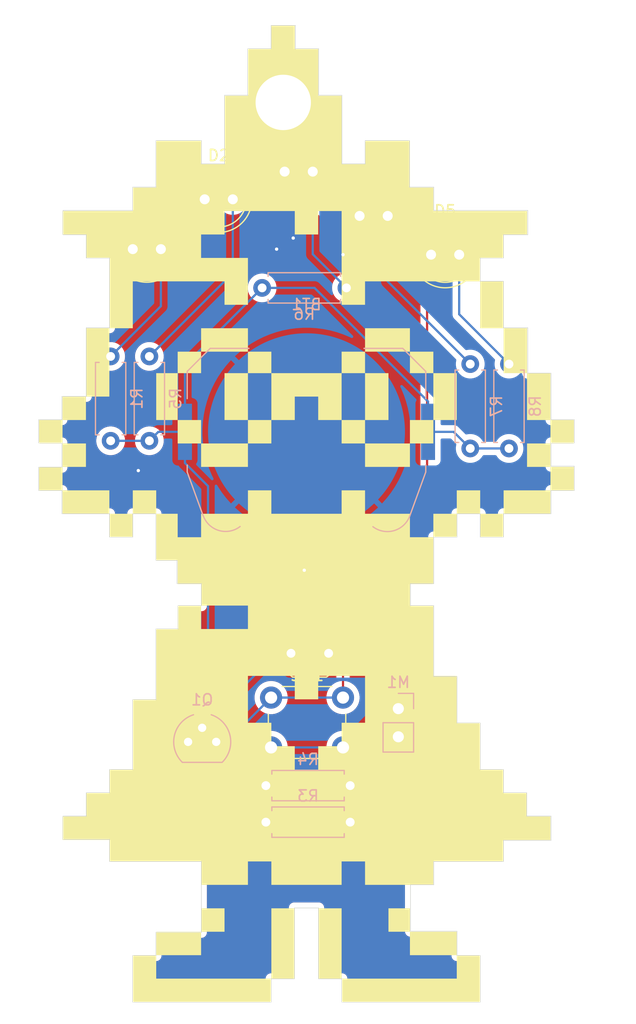
<source format=kicad_pcb>
(kicad_pcb (version 20241229) (generator "pcbnew") (generator_version "9.0")
  (layers (0 "F.Cu" signal) (2 "B.Cu" signal) (13 "F.Paste" user) (15 "B.Paste" user) (5 "F.SilkS" user "F.Silkscreen") (7 "B.SilkS" user "B.Silkscreen") (1 "F.Mask" user) (3 "B.Mask" user) (25 "Edge.Cuts" user))
  (net 0 "")
  (net 1 "+3V3")
  (net 2 "GND")
  (net 3 "Net-(D1-A)")
  (net 4 "Net-(D1-K)")
  (net 5 "Net-(D2-A)")
  (net 6 "Net-(D3-A)")
  (net 7 "Net-(D4-A)")
  (net 8 "Net-(D5-A)")
  (net 9 "Net-(M1-+)")
  (net 10 "Net-(Q1-B)")
  (footprint "LED_THT:LED_D5.0mm" (layer "F.Cu") (at 150.725 65.5)
    (property "Reference" "D3" (at 1.27 -3.96 0) (layer "F.SilkS"))
    (property "Value" "LED")
    (fp_line (start -1.29 -1.545) (end -1.29 1.545) (stroke (width 0.12)) (layer "F.SilkS"))
    (fp_arc (start -1.29 -1.54483) (mid 2.071779 -2.880495) (end 4.26 0) (stroke (width 0.12)) (layer "F.SilkS"))
    (fp_arc (start 4.26 0) (mid 2.071779 2.880495) (end -1.29 1.54483) (stroke (width 0.12)) (layer "F.SilkS"))
    (fp_circle (center 1.27 0) (end 3.77 0) (stroke (width 0.12)) (fill no) (layer "F.SilkS"))
    (pad "1" thru_hole rect (at 0 0) (size 1.8 1.8) (drill 0.9) (layers "*.Cu" "*.Mask") (net 4 "Net-(D1-K)"))
    (pad "2" thru_hole circle (at 2.54 0) (size 1.8 1.8) (drill 0.9) (layers "*.Cu" "*.Mask") (net 6 "Net-(D3-A)"))
  )
  (footprint "Button_Switch_THT:SW_PUSH_6mm" (layer "F.Cu") (at 149.5 113)
    (property "Reference" "SW1" (at 3.25 -2 0) (layer "F.SilkS"))
    (property "Value" "SW_Push")
    (fp_line (start -0.25 1.5) (end -0.25 3) (stroke (width 0.12)) (layer "F.SilkS"))
    (fp_line (start 1 5.5) (end 5.5 5.5) (stroke (width 0.12)) (layer "F.SilkS"))
    (fp_line (start 5.5 -1) (end 1 -1) (stroke (width 0.12)) (layer "F.SilkS"))
    (fp_line (start 6.75 3) (end 6.75 1.5) (stroke (width 0.12)) (layer "F.SilkS"))
    (pad "1" thru_hole circle (at 0 0 90) (size 2 2) (drill 1.1) (layers "*.Cu" "*.Mask") (net 4 "Net-(D1-K)"))
    (pad "1" thru_hole circle (at 6.5 0 90) (size 2 2) (drill 1.1) (layers "*.Cu" "*.Mask") (net 4 "Net-(D1-K)"))
    (pad "2" thru_hole circle (at 0 4.5 90) (size 2 2) (drill 1.1) (layers "*.Cu" "*.Mask") (net 9 "Net-(M1-+)"))
    (pad "2" thru_hole circle (at 6.5 4.5 90) (size 2 2) (drill 1.1) (layers "*.Cu" "*.Mask") (net 9 "Net-(M1-+)"))
  )
  (footprint "LOGO" (layer "F.Cu") (at 152.700001 95.341668)
    (property "Reference" "G***" (hide yes))
    (property "Value" "LOGO" (hide yes))
    (fp_poly (pts (xy -5.291668 -9.525001) (xy -5.291668 -7.408334) (xy -6.350001 -7.408334) (xy -7.408334 -7.408334) (xy -7.408334 -9.525001) (xy -7.408334 -11.641668) (xy -6.350001 -11.641668) (xy -5.291668 -11.641668)) (fill yes) (layer "F.SilkS"))
    (fp_poly (pts (xy 7.408332 -9.525001) (xy 7.408332 -7.408334) (xy 6.349999 -7.408334) (xy 5.291666 -7.408334) (xy 5.291666 -9.525001) (xy 5.291666 -11.641668) (xy 6.349999 -11.641668) (xy 7.408332 -11.641668)) (fill yes) (layer "F.SilkS"))
    (fp_poly (pts (xy 9.34861 37.747221) (xy 9.34861 38.805555) (xy 8.378471 38.805555) (xy 7.408332 38.805555) (xy 7.408332 37.747221) (xy 7.408332 36.688888) (xy 8.378471 36.688888) (xy 9.34861 36.688888)) (fill yes) (layer "F.SilkS"))
    (fp_poly (pts (xy 11.465277 -12.611807) (xy 11.465277 -11.641668) (xy 10.406943 -11.641668) (xy 9.34861 -11.641668) (xy 9.34861 -12.611807) (xy 9.34861 -13.581945) (xy 10.406943 -13.581945) (xy 11.465277 -13.581945)) (fill yes) (layer "F.SilkS"))
    (fp_poly (pts (xy 13.581943 39.863888) (xy 13.581943 40.922221) (xy 11.465277 40.922221) (xy 9.34861 40.922221) (xy 9.34861 39.863888) (xy 9.34861 38.805555) (xy 11.465277 38.805555) (xy 13.581943 38.805555)) (fill yes) (layer "F.SilkS"))
    (fp_poly (pts (xy 17.815277 -17.815279) (xy 17.815277 -15.698612) (xy 16.756943 -15.698612) (xy 15.69861 -15.698612) (xy 15.69861 -17.815279) (xy 15.69861 -19.931945) (xy 16.756943 -19.931945) (xy 17.815277 -19.931945)) (fill yes) (layer "F.SilkS"))
    (fp_poly (pts (xy 19.931943 -13.67014) (xy 19.931943 -11.641668) (xy 18.87361 -11.641668) (xy 17.815277 -11.641668) (xy 17.815277 -13.67014) (xy 17.815277 -15.698612) (xy 18.87361 -15.698612) (xy 19.931943 -15.698612)) (fill yes) (layer "F.SilkS"))
    (fp_poly (pts (xy 22.04861 -9.525001) (xy 22.04861 -7.408334) (xy 20.990277 -7.408334) (xy 19.931943 -7.408334) (xy 19.931943 -9.525001) (xy 19.931943 -11.641668) (xy 20.990277 -11.641668) (xy 22.04861 -11.641668)) (fill yes) (layer "F.SilkS"))
    (fp_poly (pts (xy -19.931945 -4.233334) (xy -19.931945 -3.175001) (xy -20.990279 -3.175001) (xy -22.048612 -3.175001) (xy -22.048612 -2.116668) (xy -22.048612 -1.058334) (xy -23.106945 -1.058334) (xy -24.165279 -1.058334) (xy -24.165279 -2.116668) (xy -24.165279 -3.175001) (xy -23.106945 -3.175001) (xy -22.048612 -3.175001) (xy -22.048612 -4.233334) (xy -22.048612 -5.291668) (xy -20.990279 -5.291668) (xy -19.931945 -5.291668)) (fill yes) (layer "F.SilkS"))
    (fp_poly (pts (xy 24.165277 -6.350001) (xy 24.165277 -5.291668) (xy 23.106944 -5.291668) (xy 22.04861 -5.291668) (xy 22.04861 -4.233334) (xy 22.04861 -3.175001) (xy 20.990277 -3.175001) (xy 19.931943 -3.175001) (xy 19.931943 -4.233334) (xy 19.931943 -5.291668) (xy 20.990277 -5.291668) (xy 22.04861 -5.291668) (xy 22.04861 -6.350001) (xy 22.04861 -7.408334) (xy 23.106944 -7.408334) (xy 24.165277 -7.408334)) (fill yes) (layer "F.SilkS"))
    (fp_poly (pts (xy 3.174999 39.863888) (xy 3.174999 43.038888) (xy 8.378471 43.038888) (xy 13.581943 43.038888) (xy 13.581943 41.980555) (xy 13.581943 40.922221) (xy 14.640277 40.922221) (xy 15.69861 40.922221) (xy 15.69861 43.038888) (xy 15.69861 45.155555) (xy 9.436805 45.155555) (xy 3.174999 45.155555) (xy 3.174999 44.097221) (xy 3.174999 43.038888) (xy 2.116666 43.038888) (xy 1.058332 43.038888) (xy 1.058332 39.863888) (xy 1.058332 36.688888) (xy 2.116666 36.688888) (xy 3.174999 36.688888)) (fill yes) (layer "F.SilkS"))
    (fp_poly (pts (xy -17.815279 -0.000001) (xy -17.815279 1.058332) (xy -16.756945 1.058332) (xy -15.698612 1.058332) (xy -15.698612 -0.000001) (xy -15.698612 -1.058334) (xy -14.640279 -1.058334) (xy -13.581945 -1.058334) (xy -13.581945 -0.000001) (xy -13.581945 1.058332) (xy -14.640279 1.058332) (xy -15.698612 1.058332) (xy -15.698612 2.116666) (xy -15.698612 3.174999) (xy -16.756945 3.174999) (xy -17.815279 3.174999) (xy -17.815279 2.116666) (xy -17.815279 1.058332) (xy -19.931945 1.058332) (xy -22.048612 1.058332) (xy -22.048612 -0.000001) (xy -22.048612 -1.058334) (xy -19.931945 -1.058334) (xy -17.815279 -1.058334)) (fill yes) (layer "F.SilkS"))
    (fp_poly (pts (xy -5.291668 -14.640279) (xy -5.291668 -13.581945) (xy -7.408334 -13.581945) (xy -9.525001 -13.581945) (xy -9.525001 -12.611807) (xy -9.525001 -11.641668) (xy -10.583334 -11.641668) (xy -11.641668 -11.641668) (xy -11.641668 -9.525001) (xy -11.641668 -7.408334) (xy -12.611807 -7.408334) (xy -13.581945 -7.408334) (xy -13.581945 -9.525001) (xy -13.581945 -11.641668) (xy -12.611807 -11.641668) (xy -11.641668 -11.641668) (xy -11.641668 -12.611807) (xy -11.641668 -13.581945) (xy -10.583334 -13.581945) (xy -9.525001 -13.581945) (xy -9.525001 -14.640279) (xy -9.525001 -15.698612) (xy -7.408334 -15.698612) (xy -5.291668 -15.698612)) (fill yes) (layer "F.SilkS"))
    (fp_poly (pts (xy 13.581943 -9.525001) (xy 13.581943 -7.408334) (xy 12.52361 -7.408334) (xy 11.465277 -7.408334) (xy 11.465277 -6.350001) (xy 11.465277 -5.291668) (xy 10.406943 -5.291668) (xy 9.34861 -5.291668) (xy 9.34861 -4.233334) (xy 9.34861 -3.175001) (xy 7.320138 -3.175001) (xy 5.291666 -3.175001) (xy 5.291666 -4.233334) (xy 5.291666 -5.291668) (xy 4.233332 -5.291668) (xy 3.174999 -5.291668) (xy 3.174999 -6.350001) (xy 3.174999 -7.408334) (xy 4.233332 -7.408334) (xy 5.291666 -7.408334) (xy 5.291666 -6.350001) (xy 5.291666 -5.291668) (xy 7.320138 -5.291668) (xy 9.34861 -5.291668) (xy 9.34861 -6.350001) (xy 9.34861 -7.408334) (xy 10.406943 -7.408334) (xy 11.465277 -7.408334) (xy 11.465277 -9.525001) (xy 11.465277 -11.641668) (xy 12.52361 -11.641668) (xy 13.581943 -11.641668)) (fill yes) (layer "F.SilkS"))
    (fp_poly (pts (xy -7.408334 37.747221) (xy -7.408334 38.805555) (xy -8.466668 38.805555) (xy -9.525001 38.805555) (xy -9.525001 39.863888) (xy -9.525001 40.922221) (xy -11.553473 40.922221) (xy -13.581945 40.922221) (xy -13.581945 41.980555) (xy -13.581945 43.038888) (xy -8.378473 43.038888) (xy -3.175001 43.038888) (xy -3.175001 39.863888) (xy -3.175001 36.688888) (xy -2.116668 36.688888) (xy -1.058334 36.688888) (xy -1.058334 39.863888) (xy -1.058334 43.038888) (xy -2.116668 43.038888) (xy -3.175001 43.038888) (xy -3.175001 44.097221) (xy -3.175001 45.155555) (xy -9.436806 45.155555) (xy -15.698612 45.155555) (xy -15.698612 43.038888) (xy -15.698612 40.922221) (xy -14.640279 40.922221) (xy -13.581945 40.922221) (xy -13.581945 39.863888) (xy -13.581945 38.805555) (xy -11.553473 38.805555) (xy -9.525001 38.805555) (xy -9.525001 37.747221) (xy -9.525001 36.688888) (xy -8.466668 36.688888) (xy -7.408334 36.688888)) (fill yes) (layer "F.SilkS"))
    (fp_poly (pts (xy 9.34861 -14.640279) (xy 9.34861 -13.581945) (xy 7.320138 -13.581945) (xy 5.291666 -13.581945) (xy 5.291666 -12.611807) (xy 5.291666 -11.641668) (xy 4.233332 -11.641668) (xy 3.174999 -11.641668) (xy 3.174999 -9.525001) (xy 3.174999 -7.408334) (xy 2.116666 -7.408334) (xy 1.058332 -7.408334) (xy 1.058332 -8.466668) (xy 1.058332 -9.525001) (xy -0.000001 -9.525001) (xy -1.058334 -9.525001) (xy -1.058334 -8.466668) (xy -1.058334 -7.408334) (xy -2.116668 -7.408334) (xy -3.175001 -7.408334) (xy -3.175001 -6.350001) (xy -3.175001 -5.291668) (xy -4.233334 -5.291668) (xy -5.291668 -5.291668) (xy -5.291668 -4.233334) (xy -5.291668 -3.175001) (xy -7.408334 -3.175001) (xy -9.525001 -3.175001) (xy -9.525001 -4.233334) (xy -9.525001 -5.291668) (xy -10.583334 -5.291668) (xy -11.641668 -5.291668) (xy -11.641668 -6.350001) (xy -11.641668 -7.408334) (xy -10.583334 -7.408334) (xy -9.525001 -7.408334) (xy -9.525001 -6.350001) (xy -9.525001 -5.291668) (xy -7.408334 -5.291668) (xy -5.291668 -5.291668) (xy -5.291668 -6.350001) (xy -5.291668 -7.408334) (xy -4.233334 -7.408334) (xy -3.175001 -7.408334) (xy -3.175001 -9.525001) (xy -3.175001 -11.641668) (xy -4.233334 -11.641668) (xy -5.291668 -11.641668) (xy -5.291668 -12.611807) (xy -5.291668 -13.581945) (xy -4.233334 -13.581945) (xy -3.175001 -13.581945) (xy -3.175001 -12.611807) (xy -3.175001 -11.641668) (xy -0.000001 -11.641668) (xy 3.174999 -11.641668) (xy 3.174999 -12.611807) (xy 3.174999 -13.581945) (xy 4.233332 -13.581945) (xy 5.291666 -13.581945) (xy 5.291666 -14.640279) (xy 5.291666 -15.698612) (xy 7.320138 -15.698612) (xy 9.34861 -15.698612)) (fill yes) (layer "F.SilkS"))
    (fp_poly (pts (xy -1.058334 -41.980556) (xy -1.058334 -40.922223) (xy -0.000001 -40.922223) (xy 1.058332 -40.922223) (xy 1.058332 -38.805556) (xy 1.058332 -36.68889) (xy 2.116666 -36.68889) (xy 3.174999 -36.68889) (xy 3.174999 -33.602084) (xy 3.174999 -30.515279) (xy 4.233332 -30.515279) (xy 5.291666 -30.515279) (xy 5.291666 -31.573612) (xy 5.291666 -32.631945) (xy 7.320138 -32.631945) (xy 9.34861 -32.631945) (xy 9.34861 -30.515279) (xy 9.34861 -28.398612) (xy 10.406943 -28.398612) (xy 11.465277 -28.398612) (xy 11.465277 -27.340279) (xy 11.465277 -26.281945) (xy 15.69861 -26.281945) (xy 19.931943 -26.281945) (xy 19.931943 -25.223612) (xy 19.931943 -24.165279) (xy 18.87361 -24.165279) (xy 17.815277 -24.165279) (xy 17.815277 -23.106945) (xy 17.815277 -22.048612) (xy 16.756943 -22.048612) (xy 15.69861 -22.048612) (xy 15.69861 -20.990279) (xy 15.69861 -19.931945) (xy 10.495138 -19.931945) (xy 5.291666 -19.931945) (xy 5.291666 -18.873612) (xy 5.291666 -17.815279) (xy 4.233332 -17.815279) (xy 3.174999 -17.815279) (xy 3.174999 -22.048612) (xy 3.174999 -26.281945) (xy 2.116666 -26.281945) (xy 1.058332 -26.281945) (xy 1.058332 -25.223612) (xy 1.058332 -24.165279) (xy -0.000001 -24.165279) (xy -1.058334 -24.165279) (xy -1.058334 -25.223612) (xy -1.058334 -26.281945) (xy -4.233334 -26.281945) (xy -7.408334 -26.281945) (xy -7.408334 -25.223612) (xy -7.408334 -24.165279) (xy -8.466668 -24.165279) (xy -9.525001 -24.165279) (xy -9.525001 -23.106945) (xy -9.525001 -22.048612) (xy -7.408334 -22.048612) (xy -5.291668 -22.048612) (xy -5.291668 -19.931945) (xy -5.291668 -17.815279) (xy -6.350001 -17.815279) (xy -7.408334 -17.815279) (xy -7.408334 -18.873612) (xy -7.408334 -19.931945) (xy -11.553473 -19.931945) (xy -15.698612 -19.931945) (xy -15.698612 -17.815279) (xy -15.698612 -15.698612) (xy -16.756945 -15.698612) (xy -17.815279 -15.698612) (xy -17.815279 -12.611807) (xy -17.815279 -9.525001) (xy -18.873612 -9.525001) (xy -19.931945 -9.525001) (xy -19.931945 -8.466668) (xy -19.931945 -7.408334) (xy -20.990279 -7.408334) (xy -22.048612 -7.408334) (xy -22.048612 -6.350001) (xy -22.048612 -5.291668) (xy -23.106945 -5.291668) (xy -24.165279 -5.291668) (xy -24.165279 -6.350001) (xy -24.165279 -7.408334) (xy -23.106945 -7.408334) (xy -22.048612 -7.408334) (xy -22.048612 -8.466668) (xy -22.048612 -9.525001) (xy -20.990279 -9.525001) (xy -19.931945 -9.525001) (xy -19.931945 -12.611807) (xy -19.931945 -15.698612) (xy -18.873612 -15.698612) (xy -17.815279 -15.698612) (xy -17.815279 -18.873612) (xy -17.815279 -22.048612) (xy -18.873612 -22.048612) (xy -19.931945 -22.048612) (xy -19.931945 -23.106945) (xy -19.931945 -24.165279) (xy -20.990279 -24.165279) (xy -22.048612 -24.165279) (xy -22.048612 -25.223612) (xy -22.048612 -26.281945) (xy -18.873612 -26.281945) (xy -15.698612 -26.281945) (xy -15.698612 -27.340279) (xy -15.698612 -28.398612) (xy -14.640279 -28.398612) (xy -13.581945 -28.398612) (xy -13.581945 -30.515279) (xy -13.581945 -32.631945) (xy -11.553473 -32.631945) (xy -9.525001 -32.631945) (xy -9.525001 -31.573612) (xy -9.525001 -30.515279) (xy -8.466668 -30.515279) (xy -7.408334 -30.515279) (xy -7.408334 -33.602084) (xy -7.408334 -36.68889) (xy -6.350001 -36.68889) (xy -5.291668 -36.68889) (xy -5.291668 -38.805556) (xy -5.291668 -40.922223) (xy -4.233334 -40.922223) (xy -3.175001 -40.922223) (xy -3.175001 -41.980556) (xy -3.175001 -43.03889) (xy -2.116668 -43.03889) (xy -1.058334 -43.03889)) (fill yes) (layer "F.SilkS"))
    (fp_poly (pts (xy 24.165277 -2.116668) (xy 24.165277 -1.058334) (xy 23.106944 -1.058334) (xy 22.04861 -1.058334) (xy 22.04861 -0.000001) (xy 22.04861 1.058332) (xy 19.931943 1.058332) (xy 17.815277 1.058332) (xy 17.815277 2.116666) (xy 17.815277 3.174999) (xy 16.756943 3.174999) (xy 15.69861 3.174999) (xy 15.69861 2.116666) (xy 15.69861 1.058332) (xy 14.640277 1.058332) (xy 13.581943 1.058332) (xy 13.581943 2.116666) (xy 13.581943 3.174999) (xy 12.52361 3.174999) (xy 11.465277 3.174999) (xy 11.465277 5.291666) (xy 11.465277 7.408332) (xy 10.406943 7.408332) (xy 9.34861 7.408332) (xy 9.34861 8.378471) (xy 9.34861 9.34861) (xy 10.406943 9.34861) (xy 11.465277 9.34861) (xy 11.465277 12.52361) (xy 11.465277 15.69861) (xy 12.52361 15.69861) (xy 13.581943 15.69861) (xy 13.581943 17.815277) (xy 13.581943 19.931943) (xy 14.640277 19.931943) (xy 15.69861 19.931943) (xy 15.69861 22.04861) (xy 15.69861 24.165277) (xy 16.756943 24.165277) (xy 17.815277 24.165277) (xy 17.815277 25.22361) (xy 17.815277 26.281944) (xy 18.87361 26.281944) (xy 19.931943 26.281944) (xy 19.931943 27.340277) (xy 19.931943 28.39861) (xy 20.990277 28.39861) (xy 22.04861 28.39861) (xy 22.04861 29.456944) (xy 22.04861 30.515277) (xy 19.931943 30.515277) (xy 17.815277 30.515277) (xy 17.815277 31.485416) (xy 17.815277 32.455555) (xy 14.640277 32.455555) (xy 11.465277 32.455555) (xy 11.465277 33.513888) (xy 11.465277 34.572221) (xy 8.378471 34.572221) (xy 5.291666 34.572221) (xy 5.291666 33.513888) (xy 5.291666 32.455555) (xy 4.233332 32.455555) (xy 3.174999 32.455555) (xy 3.174999 33.513888) (xy 3.174999 34.572221) (xy -0.000001 34.572221) (xy -3.175001 34.572221) (xy -3.175001 33.513888) (xy -3.175001 32.455555) (xy -4.233334 32.455555) (xy -5.291668 32.455555) (xy -5.291668 33.513888) (xy -5.291668 34.572221) (xy -7.408334 34.572221) (xy -9.525001 34.572221) (xy -9.525001 33.513888) (xy -9.525001 32.455555) (xy -13.67014 32.455555) (xy -17.815279 32.455555) (xy -17.815279 31.485416) (xy -17.815279 30.515277) (xy -19.931945 30.515277) (xy -22.048612 30.515277) (xy -22.048612 29.456944) (xy -22.048612 28.39861) (xy -20.990279 28.39861) (xy -19.931945 28.39861) (xy -19.931945 27.340277) (xy -19.931945 26.281944) (xy -18.873612 26.281944) (xy -17.815279 26.281944) (xy -17.815279 25.22361) (xy -17.815279 24.165277) (xy -16.756945 24.165277) (xy -15.698612 24.165277) (xy -15.698612 20.990277) (xy -15.698612 17.815277) (xy -14.640279 17.815277) (xy -13.581945 17.815277) (xy -5.291668 17.815277) (xy -5.291668 19.931943) (xy -4.233334 19.931943) (xy -3.175001 19.931943) (xy -3.175001 20.990277) (xy -3.175001 22.04861) (xy -2.116668 22.04861) (xy -1.058334 22.04861) (xy -1.058334 23.106944) (xy -1.058334 24.165277) (xy -0.000001 24.165277) (xy 1.058332 24.165277) (xy 1.058332 23.106944) (xy 1.058332 22.04861) (xy 2.116666 22.04861) (xy 3.174999 22.04861) (xy 3.174999 20.990277) (xy 3.174999 19.931943) (xy 4.233332 19.931943) (xy 5.291666 19.931943) (xy 5.291666 17.815277) (xy 5.291666 15.69861) (xy 3.174999 15.69861) (xy 1.058332 15.69861) (xy 1.058332 16.756943) (xy 1.058332 17.815277) (xy -0.000001 17.815277) (xy -1.058334 17.815277) (xy -1.058334 16.756943) (xy -1.058334 15.69861) (xy -3.175001 15.69861) (xy -5.291668 15.69861) (xy -5.291668 17.815277) (xy -13.581945 17.815277) (xy -13.581945 14.640277) (xy -13.581945 11.465277) (xy -12.611807 11.465277) (xy -11.641668 11.465277) (xy -11.641668 10.406943) (xy -9.525001 10.406943) (xy -9.525001 11.465277) (xy -7.408334 11.465277) (xy -5.291668 11.465277) (xy -5.291668 10.406943) (xy -5.291668 9.34861) (xy -7.408334 9.34861) (xy -9.525001 9.34861) (xy -9.525001 10.406943) (xy -11.641668 10.406943) (xy -11.641668 9.34861) (xy -10.583334 9.34861) (xy -9.525001 9.34861) (xy -9.525001 8.378471) (xy -9.525001 7.408332) (xy -10.583334 7.408332) (xy -11.641668 7.408332) (xy -11.641668 6.349999) (xy -11.641668 5.291666) (xy -12.611807 5.291666) (xy -13.581945 5.291666) (xy -13.581945 3.174999) (xy -13.581945 1.058332) (xy -12.611807 1.058332) (xy -11.641668 1.058332) (xy -11.641668 2.116666) (xy -11.641668 3.174999) (xy -10.583334 3.174999) (xy -9.525001 3.174999) (xy -9.525001 2.116666) (xy -9.525001 1.058332) (xy -7.408334 1.058332) (xy -5.291668 1.058332) (xy -5.291668 -0.000001) (xy -5.291668 -1.058334) (xy -4.233334 -1.058334) (xy -3.175001 -1.058334) (xy -3.175001 -0.000001) (xy -3.175001 1.058332) (xy -0.000001 1.058332) (xy 3.174999 1.058332) (xy 3.174999 -0.000001) (xy 3.174999 -1.058334) (xy 4.233332 -1.058334) (xy 5.291666 -1.058334) (xy 5.291666 -0.000001) (xy 5.291666 1.058332) (xy 7.320138 1.058332) (xy 9.34861 1.058332) (xy 9.34861 2.116666) (xy 9.34861 3.174999) (xy 10.406943 3.174999) (xy 11.465277 3.174999) (xy 11.465277 2.116666) (xy 11.465277 1.058332) (xy 12.52361 1.058332) (xy 13.581943 1.058332) (xy 13.581943 -0.000001) (xy 13.581943 -1.058334) (xy 14.640277 -1.058334) (xy 15.69861 -1.058334) (xy 15.69861 -0.000001) (xy 15.69861 1.058332) (xy 16.756943 1.058332) (xy 17.815277 1.058332) (xy 17.815277 -0.000001) (xy 17.815277 -1.058334) (xy 19.931943 -1.058334) (xy 22.04861 -1.058334) (xy 22.04861 -2.116668) (xy 22.04861 -3.175001) (xy 23.106944 -3.175001) (xy 24.165277 -3.175001)) (fill yes) (layer "F.SilkS"))
  )
  (footprint "LED_THT:LED_D5.0mm" (layer "F.Cu") (at 143.5 68)
    (property "Reference" "D2" (at 1.27 -3.96 0) (layer "F.SilkS"))
    (property "Value" "LED")
    (fp_line (start -1.29 -1.545) (end -1.29 1.545) (stroke (width 0.12)) (layer "F.SilkS"))
    (fp_arc (start -1.29 -1.54483) (mid 2.071779 -2.880495) (end 4.26 0) (stroke (width 0.12)) (layer "F.SilkS"))
    (fp_arc (start 4.26 0) (mid 2.071779 2.880495) (end -1.29 1.54483) (stroke (width 0.12)) (layer "F.SilkS"))
    (fp_circle (center 1.27 0) (end 3.77 0) (stroke (width 0.12)) (fill no) (layer "F.SilkS"))
    (pad "1" thru_hole rect (at 0 0) (size 1.8 1.8) (drill 0.9) (layers "*.Cu" "*.Mask") (net 4 "Net-(D1-K)"))
    (pad "2" thru_hole circle (at 2.54 0) (size 1.8 1.8) (drill 0.9) (layers "*.Cu" "*.Mask") (net 5 "Net-(D2-A)"))
  )
  (footprint "OptoDevice:R_LDR_5.1x4.3mm_P3.4mm_Vertical" (layer "F.Cu") (at 151.3 109)
    (property "Reference" "R2" (at 1.7 -2.9 0) (layer "F.SilkS"))
    (property "Value" "R_Photo")
    (fp_line (start 0.15 -2.15) (end 3.2 -2.15) (stroke (width 0.12)) (layer "F.SilkS"))
    (fp_line (start 0.15 2.15) (end 3.2 2.15) (stroke (width 0.12)) (layer "F.SilkS"))
    (fp_arc (start 0.15 2.15) (mid -0.950438 -0.013368) (end 0.171766 -2.165525) (stroke (width 0.12)) (layer "F.SilkS"))
    (fp_arc (start 3.2 -2.15) (mid 4.321403 -0.027338) (end 3.244513 2.118249) (stroke (width 0.12)) (layer "F.SilkS"))
    (pad "1" thru_hole circle (at 0 0) (size 1.5 1.5) (drill 0.8) (layers "*.Cu" "*.Mask") (net 10 "Net-(Q1-B)"))
    (pad "2" thru_hole circle (at 3.4 0) (size 1.5 1.5) (drill 0.8) (layers "*.Cu" "*.Mask") (net 2 "GND"))
  )
  (footprint "LED_THT:LED_D5.0mm" (layer "F.Cu") (at 163.96 73)
    (property "Reference" "D5" (at 1.27 -3.96 0) (layer "F.SilkS"))
    (property "Value" "LED")
    (fp_line (start -1.29 -1.545) (end -1.29 1.545) (stroke (width 0.12)) (layer "F.SilkS"))
    (fp_arc (start -1.29 -1.54483) (mid 2.071779 -2.880495) (end 4.26 0) (stroke (width 0.12)) (layer "F.SilkS"))
    (fp_arc (start 4.26 0) (mid 2.071779 2.880495) (end -1.29 1.54483) (stroke (width 0.12)) (layer "F.SilkS"))
    (fp_circle (center 1.27 0) (end 3.77 0) (stroke (width 0.12)) (fill no) (layer "F.SilkS"))
    (pad "1" thru_hole rect (at 0 0) (size 1.8 1.8) (drill 0.9) (layers "*.Cu" "*.Mask") (net 4 "Net-(D1-K)"))
    (pad "2" thru_hole circle (at 2.54 0) (size 1.8 1.8) (drill 0.9) (layers "*.Cu" "*.Mask") (net 8 "Net-(D5-A)"))
  )
  (footprint "LED_THT:LED_D5.0mm" (layer "F.Cu") (at 137 72.5)
    (property "Reference" "D1" (at 1.27 -3.96 0) (layer "F.SilkS"))
    (property "Value" "LED")
    (fp_line (start -1.29 -1.545) (end -1.29 1.545) (stroke (width 0.12)) (layer "F.SilkS"))
    (fp_arc (start -1.29 -1.54483) (mid 2.071779 -2.880495) (end 4.26 0) (stroke (width 0.12)) (layer "F.SilkS"))
    (fp_arc (start 4.26 0) (mid 2.071779 2.880495) (end -1.29 1.54483) (stroke (width 0.12)) (layer "F.SilkS"))
    (fp_circle (center 1.27 0) (end 3.77 0) (stroke (width 0.12)) (fill no) (layer "F.SilkS"))
    (pad "1" thru_hole rect (at 0 0) (size 1.8 1.8) (drill 0.9) (layers "*.Cu" "*.Mask") (net 4 "Net-(D1-K)"))
    (pad "2" thru_hole circle (at 2.54 0) (size 1.8 1.8) (drill 0.9) (layers "*.Cu" "*.Mask") (net 3 "Net-(D1-A)"))
  )
  (footprint "LED_THT:LED_D5.0mm" (layer "F.Cu") (at 157.5 69.5)
    (property "Reference" "D4" (at 1.27 -3.96 0) (layer "F.SilkS"))
    (property "Value" "LED")
    (fp_line (start -1.29 -1.545) (end -1.29 1.545) (stroke (width 0.12)) (layer "F.SilkS"))
    (fp_arc (start -1.29 -1.54483) (mid 2.071779 -2.880495) (end 4.26 0) (stroke (width 0.12)) (layer "F.SilkS"))
    (fp_arc (start 4.26 0) (mid 2.071779 2.880495) (end -1.29 1.54483) (stroke (width 0.12)) (layer "F.SilkS"))
    (fp_circle (center 1.27 0) (end 3.77 0) (stroke (width 0.12)) (fill no) (layer "F.SilkS"))
    (pad "1" thru_hole rect (at 0 0) (size 1.8 1.8) (drill 0.9) (layers "*.Cu" "*.Mask") (net 4 "Net-(D1-K)"))
    (pad "2" thru_hole circle (at 2.54 0) (size 1.8 1.8) (drill 0.9) (layers "*.Cu" "*.Mask") (net 7 "Net-(D4-A)"))
  )
  (footprint "Resistor_THT:R_Axial_DIN0207_L6.3mm_D2.5mm_P7.62mm_Horizontal" (layer "B.Cu") (at 171 90.5 90)
    (property "Reference" "R8" (at 3.81 2.37 90) (layer "B.SilkS") (effects (justify mirror)))
    (property "Value" "R220")
    (fp_line (start 7.08 -1.37) (end 7.08 -1.04) (stroke (width 0.12)) (layer "B.SilkS"))
    (fp_line (start 0.54 -1.37) (end 7.08 -1.37) (stroke (width 0.12)) (layer "B.SilkS"))
    (fp_line (start 0.54 -1.04) (end 0.54 -1.37) (stroke (width 0.12)) (layer "B.SilkS"))
    (fp_line (start 0.54 1.04) (end 0.54 1.37) (stroke (width 0.12)) (layer "B.SilkS"))
    (fp_line (start 7.08 1.37) (end 7.08 1.04) (stroke (width 0.12)) (layer "B.SilkS"))
    (fp_line (start 0.54 1.37) (end 7.08 1.37) (stroke (width 0.12)) (layer "B.SilkS"))
    (pad "1" thru_hole circle (at 0 0 90) (size 1.6 1.6) (drill 0.8) (layers "*.Cu" "*.Mask") (net 1 "+3V3"))
    (pad "2" thru_hole circle (at 7.62 0 90) (size 1.6 1.6) (drill 0.8) (layers "*.Cu" "*.Mask") (net 8 "Net-(D5-A)"))
  )
  (footprint "Resistor_THT:R_Axial_DIN0207_L6.3mm_D2.5mm_P7.62mm_Horizontal" (layer "B.Cu") (at 156.65 124.25 180)
    (property "Reference" "R3" (at 3.81 2.37 0) (layer "B.SilkS") (effects (justify mirror)))
    (property "Value" "R47k")
    (fp_line (start 7.08 1.37) (end 7.08 1.04) (stroke (width 0.12)) (layer "B.SilkS"))
    (fp_line (start 7.08 -1.37) (end 7.08 -1.04) (stroke (width 0.12)) (layer "B.SilkS"))
    (fp_line (start 0.54 1.37) (end 7.08 1.37) (stroke (width 0.12)) (layer "B.SilkS"))
    (fp_line (start 0.54 1.04) (end 0.54 1.37) (stroke (width 0.12)) (layer "B.SilkS"))
    (fp_line (start 0.54 -1.04) (end 0.54 -1.37) (stroke (width 0.12)) (layer "B.SilkS"))
    (fp_line (start 0.54 -1.37) (end 7.08 -1.37) (stroke (width 0.12)) (layer "B.SilkS"))
    (pad "1" thru_hole circle (at 0 0 180) (size 1.6 1.6) (drill 0.8) (layers "*.Cu" "*.Mask") (net 10 "Net-(Q1-B)"))
    (pad "2" thru_hole circle (at 7.62 0 180) (size 1.6 1.6) (drill 0.8) (layers "*.Cu" "*.Mask") (net 1 "+3V3"))
  )
  (footprint "Resistor_THT:R_Axial_DIN0207_L6.3mm_D2.5mm_P7.62mm_Horizontal" (layer "B.Cu") (at 156.65 120.95 180)
    (property "Reference" "R4" (at 3.81 2.37 0) (layer "B.SilkS") (effects (justify mirror)))
    (property "Value" "R47k")
    (fp_line (start 7.08 1.37) (end 7.08 1.04) (stroke (width 0.12)) (layer "B.SilkS"))
    (fp_line (start 7.08 -1.37) (end 7.08 -1.04) (stroke (width 0.12)) (layer "B.SilkS"))
    (fp_line (start 0.54 1.37) (end 7.08 1.37) (stroke (width 0.12)) (layer "B.SilkS"))
    (fp_line (start 0.54 1.04) (end 0.54 1.37) (stroke (width 0.12)) (layer "B.SilkS"))
    (fp_line (start 0.54 -1.04) (end 0.54 -1.37) (stroke (width 0.12)) (layer "B.SilkS"))
    (fp_line (start 0.54 -1.37) (end 7.08 -1.37) (stroke (width 0.12)) (layer "B.SilkS"))
    (pad "1" thru_hole circle (at 0 0 180) (size 1.6 1.6) (drill 0.8) (layers "*.Cu" "*.Mask") (net 10 "Net-(Q1-B)"))
    (pad "2" thru_hole circle (at 7.62 0 180) (size 1.6 1.6) (drill 0.8) (layers "*.Cu" "*.Mask") (net 1 "+3V3"))
  )
  (footprint "Battery:BatteryHolder_Keystone_3034_1x20mm" (layer "B.Cu") (at 152.700001 89 180)
    (property "Reference" "BT1" (at 0 11.5 0) (layer "B.SilkS") (effects (justify mirror)))
    (property "Value" "Battery_Cell")
    (fp_line (start 10.78 5.46) (end 10.78 3) (stroke (width 0.12)) (layer "B.SilkS"))
    (fp_line (start 10.78 -3) (end 10.78 -3.63) (stroke (width 0.12)) (layer "B.SilkS"))
    (fp_line (start 10.78 -3.63) (end 9.34 -7.58) (stroke (width 0.12)) (layer "B.SilkS"))
    (fp_line (start 8.7 7.54) (end 10.78 5.46) (stroke (width 0.12)) (layer "B.SilkS"))
    (fp_line (start 8.7 7.54) (end 5.2 7.54) (stroke (width 0.12)) (layer "B.SilkS"))
    (fp_line (start -5.2 7.54) (end -8.7 7.54) (stroke (width 0.12)) (layer "B.SilkS"))
    (fp_line (start -8.7 7.54) (end -10.78 5.46) (stroke (width 0.12)) (layer "B.SilkS"))
    (fp_line (start -10.78 5.46) (end -10.78 3) (stroke (width 0.12)) (layer "B.SilkS"))
    (fp_line (start -10.78 -3) (end -10.78 -3.63) (stroke (width 0.12)) (layer "B.SilkS"))
    (fp_line (start -10.78 -3.63) (end -9.34 -7.58) (stroke (width 0.12)) (layer "B.SilkS"))
    (fp_arc (start 6 -8.55) (mid 7.90634 -8.911669) (end 9.325243 -7.588169) (stroke (width 0.12)) (layer "B.SilkS"))
    (fp_arc (start -9.34 -7.58) (mid -7.921654 -8.918738) (end -6.003354 -8.56653) (stroke (width 0.12)) (layer "B.SilkS"))
    (pad "1" smd rect (at -10.985 0 180) (size 1.27 5.08) (layers "B.Cu" "B.Mask" "B.Paste") (net 1 "+3V3"))
    (pad "1" smd rect (at 10.985 0 180) (size 1.27 5.08) (layers "B.Cu" "B.Mask" "B.Paste") (net 1 "+3V3"))
    (pad "2" smd circle (at 0 0 180) (size 17.8 17.8) (layers "B.Cu" "B.Mask") (net 2 "GND"))
  )
  (footprint "Resistor_THT:R_Axial_DIN0207_L6.3mm_D2.5mm_P7.62mm_Horizontal" (layer "B.Cu") (at 167.5 90.5 90)
    (property "Reference" "R7" (at 3.81 2.37 90) (layer "B.SilkS") (effects (justify mirror)))
    (property "Value" "R220")
    (fp_line (start 7.08 -1.37) (end 7.08 -1.04) (stroke (width 0.12)) (layer "B.SilkS"))
    (fp_line (start 0.54 -1.37) (end 7.08 -1.37) (stroke (width 0.12)) (layer "B.SilkS"))
    (fp_line (start 0.54 -1.04) (end 0.54 -1.37) (stroke (width 0.12)) (layer "B.SilkS"))
    (fp_line (start 0.54 1.04) (end 0.54 1.37) (stroke (width 0.12)) (layer "B.SilkS"))
    (fp_line (start 7.08 1.37) (end 7.08 1.04) (stroke (width 0.12)) (layer "B.SilkS"))
    (fp_line (start 0.54 1.37) (end 7.08 1.37) (stroke (width 0.12)) (layer "B.SilkS"))
    (pad "1" thru_hole circle (at 0 0 90) (size 1.6 1.6) (drill 0.8) (layers "*.Cu" "*.Mask") (net 1 "+3V3"))
    (pad "2" thru_hole circle (at 7.62 0 90) (size 1.6 1.6) (drill 0.8) (layers "*.Cu" "*.Mask") (net 7 "Net-(D4-A)"))
  )
  (footprint "Resistor_THT:R_Axial_DIN0207_L6.3mm_D2.5mm_P7.62mm_Horizontal" (layer "B.Cu") (at 148.69 76)
    (property "Reference" "R6" (at 3.81 2.37 0) (layer "B.SilkS") (effects (justify mirror)))
    (property "Value" "R220")
    (fp_line (start 0.54 -1.37) (end 7.08 -1.37) (stroke (width 0.12)) (layer "B.SilkS"))
    (fp_line (start 0.54 -1.04) (end 0.54 -1.37) (stroke (width 0.12)) (layer "B.SilkS"))
    (fp_line (start 0.54 1.04) (end 0.54 1.37) (stroke (width 0.12)) (layer "B.SilkS"))
    (fp_line (start 0.54 1.37) (end 7.08 1.37) (stroke (width 0.12)) (layer "B.SilkS"))
    (fp_line (start 7.08 -1.37) (end 7.08 -1.04) (stroke (width 0.12)) (layer "B.SilkS"))
    (fp_line (start 7.08 1.37) (end 7.08 1.04) (stroke (width 0.12)) (layer "B.SilkS"))
    (pad "1" thru_hole circle (at 0 0) (size 1.6 1.6) (drill 0.8) (layers "*.Cu" "*.Mask") (net 1 "+3V3"))
    (pad "2" thru_hole circle (at 7.62 0) (size 1.6 1.6) (drill 0.8) (layers "*.Cu" "*.Mask") (net 6 "Net-(D3-A)"))
  )
  (footprint "Resistor_THT:R_Axial_DIN0207_L6.3mm_D2.5mm_P7.62mm_Horizontal" (layer "B.Cu") (at 138.5 89.81 90)
    (property "Reference" "R5" (at 3.81 2.37 90) (layer "B.SilkS") (effects (justify mirror)))
    (property "Value" "R220")
    (fp_line (start 7.08 -1.37) (end 7.08 -1.04) (stroke (width 0.12)) (layer "B.SilkS"))
    (fp_line (start 0.54 -1.37) (end 7.08 -1.37) (stroke (width 0.12)) (layer "B.SilkS"))
    (fp_line (start 0.54 -1.04) (end 0.54 -1.37) (stroke (width 0.12)) (layer "B.SilkS"))
    (fp_line (start 0.54 1.04) (end 0.54 1.37) (stroke (width 0.12)) (layer "B.SilkS"))
    (fp_line (start 7.08 1.37) (end 7.08 1.04) (stroke (width 0.12)) (layer "B.SilkS"))
    (fp_line (start 0.54 1.37) (end 7.08 1.37) (stroke (width 0.12)) (layer "B.SilkS"))
    (pad "1" thru_hole circle (at 0 0 90) (size 1.6 1.6) (drill 0.8) (layers "*.Cu" "*.Mask") (net 1 "+3V3"))
    (pad "2" thru_hole circle (at 7.62 0 90) (size 1.6 1.6) (drill 0.8) (layers "*.Cu" "*.Mask") (net 5 "Net-(D2-A)"))
  )
  (footprint "Resistor_THT:R_Axial_DIN0207_L6.3mm_D2.5mm_P7.62mm_Horizontal" (layer "B.Cu") (at 135 89.81 90)
    (property "Reference" "R1" (at 3.81 2.37 90) (layer "B.SilkS") (effects (justify mirror)))
    (property "Value" "R220")
    (fp_line (start 7.08 -1.37) (end 7.08 -1.04) (stroke (width 0.12)) (layer "B.SilkS"))
    (fp_line (start 0.54 -1.37) (end 7.08 -1.37) (stroke (width 0.12)) (layer "B.SilkS"))
    (fp_line (start 0.54 -1.04) (end 0.54 -1.37) (stroke (width 0.12)) (layer "B.SilkS"))
    (fp_line (start 0.54 1.04) (end 0.54 1.37) (stroke (width 0.12)) (layer "B.SilkS"))
    (fp_line (start 7.08 1.37) (end 7.08 1.04) (stroke (width 0.12)) (layer "B.SilkS"))
    (fp_line (start 0.54 1.37) (end 7.08 1.37) (stroke (width 0.12)) (layer "B.SilkS"))
    (pad "1" thru_hole circle (at 0 0 90) (size 1.6 1.6) (drill 0.8) (layers "*.Cu" "*.Mask") (net 1 "+3V3"))
    (pad "2" thru_hole circle (at 7.62 0 90) (size 1.6 1.6) (drill 0.8) (layers "*.Cu" "*.Mask") (net 3 "Net-(D1-A)"))
  )
  (footprint "Package_TO_SOT_THT:TO-92L_HandSolder" (layer "B.Cu") (at 144.54 117 180)
    (property "Reference" "Q1" (at 1.27 3.8 0) (layer "B.SilkS") (effects (justify mirror)))
    (property "Value" "NPN")
    (fp_line (start -0.53 -1.85) (end 3.07 -1.85) (stroke (width 0.12)) (layer "B.SilkS"))
    (fp_arc (start 3.078445 -1.827684) (mid 3.769932 0.601036) (end 2.05 2.45) (stroke (width 0.12)) (layer "B.SilkS"))
    (fp_arc (start 0.45 2.45) (mid -1.247297 0.581475) (end -0.541453 -1.842156) (stroke (width 0.12)) (layer "B.SilkS"))
    (pad "1" thru_hole rect (at 0 0 180) (size 1.1 1.8) (drill 0.75 (offset 0 -0.4)) (layers "*.Cu" "*.Mask") (net 4 "Net-(D1-K)"))
    (pad "2" thru_hole roundrect (at 1.27 1.27 180) (size 1.1 1.8) (drill 0.75 (offset 0 0.4)) (layers "*.Cu" "*.Mask") (net 10 "Net-(Q1-B)"))
    (pad "3" thru_hole roundrect (at 2.54 0 180) (size 1.1 1.8) (drill 0.75 (offset 0 -0.4)) (layers "*.Cu" "*.Mask") (net 2 "GND"))
  )
  (footprint "Connector_PinHeader_2.54mm:PinHeader_1x02_P2.54mm_Vertical" (layer "B.Cu") (at 161 114 180)
    (property "Reference" "M1" (at 0 2.38 0) (layer "B.SilkS") (effects (justify mirror)))
    (property "Value" "Motor_DC")
    (fp_line (start 1.38 -1.27) (end 1.38 -3.92) (stroke (width 0.12)) (layer "B.SilkS"))
    (fp_line (start -1.38 1.38) (end 0 1.38) (stroke (width 0.12)) (layer "B.SilkS"))
    (fp_line (start -1.38 0) (end -1.38 1.38) (stroke (width 0.12)) (layer "B.SilkS"))
    (fp_line (start -1.38 -1.27) (end 1.38 -1.27) (stroke (width 0.12)) (layer "B.SilkS"))
    (fp_line (start -1.38 -1.27) (end -1.38 -3.92) (stroke (width 0.12)) (layer "B.SilkS"))
    (fp_line (start -1.38 -3.92) (end 1.38 -3.92) (stroke (width 0.12)) (layer "B.SilkS"))
    (pad "1" thru_hole rect (at 0 0 180) (size 1.7 1.7) (drill 1) (layers "*.Cu" "*.Mask") (net 9 "Net-(M1-+)"))
    (pad "2" thru_hole circle (at 0 -2.54 180) (size 1.7 1.7) (drill 1) (layers "*.Cu" "*.Mask") (net 2 "GND"))
  )
  (gr_line (start 168.4 136.3) (end 168.4 140.5) (stroke (width 0.05)) (layer "Edge.Cuts"))
  (gr_line (start 174.8 96.4) (end 170.5 96.4) (stroke (width 0.05)) (layer "Edge.Cuts"))
  (gr_line (start 174.8 87.9) (end 176.9 87.9) (stroke (width 0.05)) (layer "Edge.Cuts"))
  (gr_line (start 139.1 100.6) (end 139.1 96.4) (stroke (width 0.05)) (layer "Edge.Cuts"))
  (gr_line (start 137 96.4) (end 137 98.5) (stroke (width 0.05)) (layer "Edge.Cuts"))
  (gr_line (start 166.3 98.5) (end 164.2 98.5) (stroke (width 0.05)) (layer "Edge.Cuts"))
  (gr_line (start 147.4 54.4) (end 149.5 54.4) (stroke (width 0.05)) (layer "Edge.Cuts"))
  (gr_line (start 130.6 90) (end 128.5 90) (stroke (width 0.05)) (layer "Edge.Cuts"))
  (gr_line (start 172.7 71.2) (end 170.5 71.2) (stroke (width 0.05)) (layer "Edge.Cuts"))
  (gr_line (start 170.5 119.5) (end 170.5 121.6) (stroke (width 0.05)) (layer "Edge.Cuts"))
  (gr_line (start 139.1 96.4) (end 137 96.4) (stroke (width 0.05)) (layer "Edge.Cuts"))
  (gr_line (start 137 66.9) (end 139.1 66.9) (stroke (width 0.05)) (layer "Edge.Cuts"))
  (gr_line (start 176.9 87.9) (end 176.9 90) (stroke (width 0.05)) (layer "Edge.Cuts"))
  (gr_line (start 176.9 94.3) (end 174.8 94.3) (stroke (width 0.05)) (layer "Edge.Cuts"))
  (gr_line (start 162 66.9) (end 164.2 66.9) (stroke (width 0.05)) (layer "Edge.Cuts"))
  (gr_line (start 168.4 73.3) (end 168.4 75.4) (stroke (width 0.05)) (layer "Edge.Cuts"))
  (gr_line (start 168.4 96.4) (end 166.3 96.4) (stroke (width 0.05)) (layer "Edge.Cuts"))
  (gr_line (start 151.6 132) (end 151.6 138.4) (stroke (width 0.05)) (layer "Edge.Cuts"))
  (gr_line (start 166.3 115.3) (end 168.4 115.3) (stroke (width 0.05)) (layer "Edge.Cuts"))
  (gr_line (start 128.5 90) (end 128.5 87.9) (stroke (width 0.05)) (layer "Edge.Cuts"))
  (gr_line (start 162.1 132.1) (end 162.1 129.9) (stroke (width 0.05)) (layer "Edge.Cuts"))
  (gr_line (start 155.9 64.8) (end 158 64.8) (stroke (width 0.05)) (layer "Edge.Cuts"))
  (gr_line (start 132.8 85.8) (end 132.8 79.6) (stroke (width 0.05)) (layer "Edge.Cuts"))
  (gr_line (start 166.3 136.3) (end 168.4 136.3) (stroke (width 0.05)) (layer "Edge.Cuts"))
  (gr_line (start 166.3 134.1) (end 166.3 136.3) (stroke (width 0.05)) (layer "Edge.Cuts"))
  (gr_line (start 153.8 58.6) (end 155.9 58.6) (stroke (width 0.05)) (layer "Edge.Cuts"))
  (gr_line (start 162.1 104.7) (end 164.2 104.7) (stroke (width 0.05)) (layer "Edge.Cuts"))
  (gr_line (start 141.1 104.7) (end 143.2 104.7) (stroke (width 0.05)) (layer "Edge.Cuts"))
  (gr_line (start 164.2 104.7) (end 164.2 111.1) (stroke (width 0.05)) (layer "Edge.Cuts"))
  (gr_line (start 143.2 104.7) (end 143.2 102.7) (stroke (width 0.05)) (layer "Edge.Cuts"))
  (gr_line (start 141 100.6) (end 139.1 100.6) (stroke (width 0.05)) (layer "Edge.Cuts"))
  (gr_line (start 134.9 73.3) (end 132.8 73.3) (stroke (width 0.05)) (layer "Edge.Cuts"))
  (gr_line (start 155.9 58.6) (end 155.9 64.8) (stroke (width 0.05)) (layer "Edge.Cuts"))
  (gr_line (start 168.4 119.5) (end 170.5 119.5) (stroke (width 0.05)) (layer "Edge.Cuts"))
  (gr_line (start 155.9 140.5) (end 155.9 138.4) (stroke (width 0.05)) (layer "Edge.Cuts"))
  (gr_line (start 139.1 62.7) (end 143.2 62.7) (stroke (width 0.05)) (layer "Edge.Cuts"))
  (gr_line (start 130.6 85.8) (end 132.8 85.8) (stroke (width 0.05)) (layer "Edge.Cuts"))
  (gr_line (start 151.6 138.4) (end 149.5 138.4) (stroke (width 0.05)) (layer "Edge.Cuts"))
  (gr_line (start 174.8 83.7) (end 174.8 87.9) (stroke (width 0.05)) (layer "Edge.Cuts"))
  (gr_line (start 170.5 71.2) (end 170.5 73.3) (stroke (width 0.05)) (layer "Edge.Cuts"))
  (gr_line (start 162.1 102.7) (end 162.1 104.7) (stroke (width 0.05)) (layer "Edge.Cuts"))
  (gr_line (start 143.2 134.2) (end 143.2 127.8) (stroke (width 0.05)) (layer "Edge.Cuts"))
  (gr_line (start 130.6 94.3) (end 128.5 94.3) (stroke (width 0.05)) (layer "Edge.Cuts"))
  (gr_line (start 132.8 79.6) (end 134.9 79.6) (stroke (width 0.05)) (layer "Edge.Cuts"))
  (gr_line (start 166.3 96.4) (end 166.3 98.5) (stroke (width 0.05)) (layer "Edge.Cuts"))
  (gr_line (start 170.5 121.6) (end 172.6 121.6) (stroke (width 0.05)) (layer "Edge.Cuts"))
  (gr_line (start 137 98.5) (end 134.9 98.5) (stroke (width 0.05)) (layer "Edge.Cuts"))
  (gr_line (start 153.8 138.4) (end 153.8 132) (stroke (width 0.05)) (layer "Edge.Cuts"))
  (gr_line (start 172.6 123.7) (end 174.8 123.7) (stroke (width 0.05)) (layer "Edge.Cuts"))
  (gr_line (start 134.9 125.8) (end 130.7 125.8) (stroke (width 0.05)) (layer "Edge.Cuts"))
  (gr_line (start 166.3 111.1) (end 166.3 115.3) (stroke (width 0.05)) (layer "Edge.Cuts"))
  (gr_line (start 130.7 123.7) (end 132.8 123.7) (stroke (width 0.05)) (layer "Edge.Cuts"))
  (gr_line (start 134.9 79.6) (end 134.9 73.3) (stroke (width 0.05)) (layer "Edge.Cuts"))
  (gr_line (start 139.1 134.2) (end 143.2 134.2) (stroke (width 0.05)) (layer "Edge.Cuts"))
  (gr_line (start 149.5 140.5) (end 137 140.5) (stroke (width 0.05)) (layer "Edge.Cuts"))
  (gr_line (start 162 62.7) (end 162 66.9) (stroke (width 0.05)) (layer "Edge.Cuts"))
  (gr_line (start 139.1 106.8) (end 141.1 106.8) (stroke (width 0.05)) (layer "Edge.Cuts"))
  (gr_line (start 147.4 58.6) (end 147.4 54.4) (stroke (width 0.05)) (layer "Edge.Cuts"))
  (gr_line (start 164.2 69) (end 172.7 69) (stroke (width 0.05)) (layer "Edge.Cuts"))
  (gr_line (start 155.9 138.4) (end 153.8 138.4) (stroke (width 0.05)) (layer "Edge.Cuts"))
  (gr_line (start 130.6 92.2) (end 130.6 90) (stroke (width 0.05)) (layer "Edge.Cuts"))
  (gr_line (start 176.9 92.1) (end 176.9 94.3) (stroke (width 0.05)) (layer "Edge.Cuts"))
  (gr_line (start 174.8 123.7) (end 174.8 125.9) (stroke (width 0.05)) (layer "Edge.Cuts"))
  (gr_line (start 168.4 115.3) (end 168.4 119.5) (stroke (width 0.05)) (layer "Edge.Cuts"))
  (gr_line (start 151.7 54.4) (end 153.8 54.4) (stroke (width 0.05)) (layer "Edge.Cuts"))
  (gr_line (start 170.5 98.5) (end 168.4 98.5) (stroke (width 0.05)) (layer "Edge.Cuts"))
  (gr_line (start 174.8 94.3) (end 174.8 96.4) (stroke (width 0.05)) (layer "Edge.Cuts"))
  (gr_line (start 170.5 79.6) (end 172.7 79.6) (stroke (width 0.05)) (layer "Edge.Cuts"))
  (gr_line (start 162.1 134.1) (end 166.3 134.1) (stroke (width 0.05)) (layer "Edge.Cuts"))
  (gr_line (start 170.5 73.3) (end 168.4 73.3) (stroke (width 0.05)) (layer "Edge.Cuts"))
  (gr_line (start 174.8 90) (end 174.8 92.1) (stroke (width 0.05)) (layer "Edge.Cuts"))
  (gr_line (start 168.4 75.4) (end 170.5 75.4) (stroke (width 0.05)) (layer "Edge.Cuts"))
  (gr_line (start 153.8 54.4) (end 153.8 58.6) (stroke (width 0.05)) (layer "Edge.Cuts"))
  (gr_line (start 130.7 71.2) (end 130.7 69) (stroke (width 0.05)) (layer "Edge.Cuts"))
  (gr_line (start 176.9 90) (end 174.8 90) (stroke (width 0.05)) (layer "Edge.Cuts"))
  (gr_line (start 170.5 75.4) (end 170.5 79.6) (stroke (width 0.05)) (layer "Edge.Cuts"))
  (gr_line (start 130.6 87.9) (end 130.6 85.8) (stroke (width 0.05)) (layer "Edge.Cuts"))
  (gr_line (start 145.3 64.8) (end 145.3 58.6) (stroke (width 0.05)) (layer "Edge.Cuts"))
  (gr_line (start 149.5 52.3) (end 151.7 52.3) (stroke (width 0.05)) (layer "Edge.Cuts"))
  (gr_line (start 143.2 127.8) (end 134.9 127.8) (stroke (width 0.05)) (layer "Edge.Cuts"))
  (gr_line (start 143.2 102.7) (end 141 102.7) (stroke (width 0.05)) (layer "Edge.Cuts"))
  (gr_line (start 137 69) (end 137 66.9) (stroke (width 0.05)) (layer "Edge.Cuts"))
  (gr_line (start 174.8 92.1) (end 176.9 92.1) (stroke (width 0.05)) (layer "Edge.Cuts"))
  (gr_line (start 168.4 140.5) (end 155.9 140.5) (stroke (width 0.05)) (layer "Edge.Cuts"))
  (gr_line (start 172.7 79.6) (end 172.7 83.7) (stroke (width 0.05)) (layer "Edge.Cuts"))
  (gr_line (start 170.5 127.8) (end 164.2 127.8) (stroke (width 0.05)) (layer "Edge.Cuts"))
  (gr_line (start 164.2 102.7) (end 162.1 102.7) (stroke (width 0.05)) (layer "Edge.Cuts"))
  (gr_line (start 153.8 132) (end 151.6 132) (stroke (width 0.05)) (layer "Edge.Cuts"))
  (gr_line (start 143.2 62.7) (end 143.2 64.8) (stroke (width 0.05)) (layer "Edge.Cuts"))
  (gr_line (start 168.4 98.5) (end 168.4 96.4) (stroke (width 0.05)) (layer "Edge.Cuts"))
  (gr_line (start 137 140.5) (end 137 136.3) (stroke (width 0.05)) (layer "Edge.Cuts"))
  (gr_line (start 139.1 66.9) (end 139.1 62.7) (stroke (width 0.05)) (layer "Edge.Cuts"))
  (gr_line (start 172.6 121.6) (end 172.6 123.7) (stroke (width 0.05)) (layer "Edge.Cuts"))
  (gr_line (start 172.7 83.7) (end 174.8 83.7) (stroke (width 0.05)) (layer "Edge.Cuts"))
  (gr_line (start 141.1 106.8) (end 141.1 104.7) (stroke (width 0.05)) (layer "Edge.Cuts"))
  (gr_line (start 170.5 96.4) (end 170.5 98.5) (stroke (width 0.05)) (layer "Edge.Cuts"))
  (gr_line (start 137 113.2) (end 139.1 113.2) (stroke (width 0.05)) (layer "Edge.Cuts"))
  (gr_line (start 164.2 98.5) (end 164.2 102.7) (stroke (width 0.05)) (layer "Edge.Cuts"))
  (gr_line (start 132.8 121.6) (end 134.9 121.6) (stroke (width 0.05)) (layer "Edge.Cuts"))
  (gr_line (start 134.9 96.4) (end 130.6 96.4) (stroke (width 0.05)) (layer "Edge.Cuts"))
  (gr_line (start 137 136.3) (end 139.1 136.3) (stroke (width 0.05)) (layer "Edge.Cuts"))
  (gr_line (start 174.8 125.9) (end 170.5 125.9) (stroke (width 0.05)) (layer "Edge.Cuts"))
  (gr_line (start 151.7 52.3) (end 151.7 54.4) (stroke (width 0.05)) (layer "Edge.Cuts"))
  (gr_line (start 134.9 119.5) (end 137 119.5) (stroke (width 0.05)) (layer "Edge.Cuts"))
  (gr_line (start 137 119.5) (end 137 113.2) (stroke (width 0.05)) (layer "Edge.Cuts"))
  (gr_line (start 134.9 121.6) (end 134.9 119.5) (stroke (width 0.05)) (layer "Edge.Cuts"))
  (gr_line (start 149.5 138.4) (end 149.5 140.5) (stroke (width 0.05)) (layer "Edge.Cuts"))
  (gr_line (start 170.5 125.9) (end 170.5 127.8) (stroke (width 0.05)) (layer "Edge.Cuts"))
  (gr_line (start 162.1 132.1) (end 162.1 134.1) (stroke (width 0.05)) (layer "Edge.Cuts"))
  (gr_line (start 164.2 66.9) (end 164.2 69) (stroke (width 0.05)) (layer "Edge.Cuts"))
  (gr_line (start 149.5 54.4) (end 149.5 52.3) (stroke (width 0.05)) (layer "Edge.Cuts"))
  (gr_line (start 164.2 111.1) (end 166.3 111.1) (stroke (width 0.05)) (layer "Edge.Cuts"))
  (gr_line (start 134.9 127.8) (end 134.9 125.8) (stroke (width 0.05)) (layer "Edge.Cuts"))
  (gr_line (start 164.2 127.8) (end 164.2 129.9) (stroke (width 0.05)) (layer "Edge.Cuts"))
  (gr_line (start 132.8 73.3) (end 132.8 71.2) (stroke (width 0.05)) (layer "Edge.Cuts"))
  (gr_line (start 139.1 136.3) (end 139.1 134.2) (stroke (width 0.05)) (layer "Edge.Cuts"))
  (gr_line (start 130.6 96.4) (end 130.6 94.3) (stroke (width 0.05)) (layer "Edge.Cuts"))
  (gr_line (start 130.7 125.8) (end 130.7 123.7) (stroke (width 0.05)) (layer "Edge.Cuts"))
  (gr_line (start 132.8 71.2) (end 130.7 71.2) (stroke (width 0.05)) (layer "Edge.Cuts"))
  (gr_line (start 132.8 123.7) (end 132.8 121.6) (stroke (width 0.05)) (layer "Edge.Cuts"))
  (gr_line (start 128.5 92.2) (end 130.6 92.2) (stroke (width 0.05)) (layer "Edge.Cuts"))
  (gr_line (start 139.1 113.2) (end 139.1 106.8) (stroke (width 0.05)) (layer "Edge.Cuts"))
  (gr_line (start 172.7 69) (end 172.7 71.2) (stroke (width 0.05)) (layer "Edge.Cuts"))
  (gr_line (start 158 64.8) (end 158 62.7) (stroke (width 0.05)) (layer "Edge.Cuts"))
  (gr_line (start 128.5 87.9) (end 130.6 87.9) (stroke (width 0.05)) (layer "Edge.Cuts"))
  (gr_line (start 128.5 92.2) (end 128.5 94.3) (stroke (width 0.05)) (layer "Edge.Cuts"))
  (gr_line (start 158 62.7) (end 162 62.7) (stroke (width 0.05)) (layer "Edge.Cuts"))
  (gr_line (start 143.2 64.8) (end 145.3 64.8) (stroke (width 0.05)) (layer "Edge.Cuts"))
  (gr_line (start 162.1 129.9) (end 164.2 129.9) (stroke (width 0.05)) (layer "Edge.Cuts"))
  (gr_line (start 141 102.7) (end 141 100.6) (stroke (width 0.05)) (layer "Edge.Cuts"))
  (gr_line (start 134.9 98.5) (end 134.9 96.4) (stroke (width 0.05)) (layer "Edge.Cuts"))
  (gr_line (start 145.3 58.6) (end 147.4 58.6) (stroke (width 0.05)) (layer "Edge.Cuts"))
  (gr_line (start 130.7 69) (end 137 69) (stroke (width 0.05)) (layer "Edge.Cuts"))
  (segment (start 143.827794 120.95) (end 141.149 118.271206) (width 0.2) (layer "B.Cu") (net 1))
  (segment (start 139.31 89) (end 138.5 89.81) (width 0.2) (layer "B.Cu") (net 1))
  (segment (start 141.149 113.701) (end 143.801 111.049) (width 0.2) (layer "B.Cu") (net 1))
  (segment (start 146.650116 124.25) (end 143.827794 121.427678) (width 0.2) (layer "B.Cu") (net 1))
  (segment (start 143.801 93.901) (end 141.715001 91.815001) (width 0.2) (layer "B.Cu") (net 1))
  (segment (start 141.149 118.271206) (end 141.149 113.701) (width 0.2) (layer "B.Cu") (net 1))
  (segment (start 167.5 90.5) (end 171 90.5) (width 0.2) (layer "B.Cu") (net 1))
  (segment (start 141.715001 89) (end 141.715001 82.974999) (width 0.2) (layer "B.Cu") (net 1))
  (segment (start 141.715001 91.815001) (end 141.715001 89) (width 0.2) (layer "B.Cu") (net 1))
  (segment (start 163.685001 89) (end 166 89) (width 0.2) (layer "B.Cu") (net 1))
  (segment (start 141.715001 89) (end 139.31 89) (width 0.2) (layer "B.Cu") (net 1))
  (segment (start 149.03 120.95) (end 143.827794 120.95) (width 0.2) (layer "B.Cu") (net 1))
  (segment (start 166 89) (end 167.5 90.5) (width 0.2) (layer "B.Cu") (net 1))
  (segment (start 141.715001 82.974999) (end 148.69 76) (width 0.2) (layer "B.Cu") (net 1))
  (segment (start 163.685001 86.26) (end 153.425001 76) (width 0.2) (layer "B.Cu") (net 1))
  (segment (start 153.425001 76) (end 148.69 76) (width 0.2) (layer "B.Cu") (net 1))
  (segment (start 143.801 111.049) (end 143.801 93.901) (width 0.2) (layer "B.Cu") (net 1))
  (segment (start 163.685001 89) (end 163.685001 86.26) (width 0.2) (layer "B.Cu") (net 1))
  (segment (start 143.827794 121.427678) (end 143.827794 120.95) (width 0.2) (layer "B.Cu") (net 1))
  (segment (start 149.03 124.25) (end 146.650116 124.25) (width 0.2) (layer "B.Cu") (net 1))
  (segment (start 138.5 89.81) (end 135 89.81) (width 0.2) (layer "B.Cu") (net 1))
  (via (at 150.6 59.25) (size 5.5) (drill 5) (layers "F.Cu" "B.Cu") (net 2))
  (via (at 151.5 71.5) (size 0.6) (drill 0.3) (layers "F.Cu" "B.Cu") (net 2))
  (via (at 152.5 101.5) (size 0.6) (drill 0.3) (layers "F.Cu" "B.Cu") (net 2))
  (via (at 137.5 92.5) (size 0.6) (drill 0.3) (layers "F.Cu" "B.Cu") (net 2))
  (via (at 156 73) (size 0.6) (drill 0.3) (layers "F.Cu" "B.Cu") (net 2))
  (via (at 150 72.5) (size 0.6) (drill 0.3) (layers "F.Cu" "B.Cu") (net 2))
  (segment (start 139.54 77.65) (end 139.54 72.5) (width 0.2) (layer "B.Cu") (net 3))
  (segment (start 135 82.19) (end 139.54 77.65) (width 0.2) (layer "B.Cu") (net 3))
  (segment (start 143.5 68) (end 141.5 68) (width 0.2) (layer "F.Cu") (net 4))
  (segment (start 154.725 69.5) (end 150.725 65.5) (width 0.2) (layer "F.Cu") (net 4))
  (segment (start 156 113) (end 156 106.36705) (width 0.2) (layer "F.Cu") (net 4))
  (segment (start 163.599 98.76805) (end 163.599 73.361) (width 0.2) (layer "F.Cu") (net 4))
  (segment (start 163.96 73) (end 161 73) (width 0.2) (layer "F.Cu") (net 4))
  (segment (start 141.5 68) (end 137 72.5) (width 0.2) (layer "F.Cu") (net 4))
  (segment (start 163.599 73.361) (end 163.96 73) (width 0.2) (layer "F.Cu") (net 4))
  (segment (start 161 73) (end 157.5 69.5) (width 0.2) (layer "F.Cu") (net 4))
  (segment (start 156 106.36705) (end 163.599 98.76805) (width 0.2) (layer "F.Cu") (net 4))
  (segment (start 146 65.5) (end 143.5 68) (width 0.2) (layer "F.Cu") (net 4))
  (segment (start 150.725 65.5) (end 146 65.5) (width 0.2) (layer "F.Cu") (net 4))
  (segment (start 157.5 69.5) (end 154.725 69.5) (width 0.2) (layer "F.Cu") (net 4))
  (segment (start 149.5 113) (end 156 113) (width 0.2) (layer "B.Cu") (net 4))
  (segment (start 145.5 117) (end 149.5 113) (width 0.2) (layer "B.Cu") (net 4))
  (segment (start 144.54 117) (end 145.5 117) (width 0.2) (layer "B.Cu") (net 4))
  (segment (start 146.04 74.65) (end 146.04 68) (width 0.2) (layer "B.Cu") (net 5))
  (segment (start 138.5 82.19) (end 146.04 74.65) (width 0.2) (layer "B.Cu") (net 5))
  (segment (start 156.31 76) (end 153.265 72.955) (width 0.2) (layer "B.Cu") (net 6))
  (segment (start 153.265 72.955) (end 153.265 65.5) (width 0.2) (layer "B.Cu") (net 6))
  (segment (start 160.04 75.42) (end 160.04 69.5) (width 0.2) (layer "B.Cu") (net 7))
  (segment (start 167.5 82.88) (end 160.04 75.42) (width 0.2) (layer "B.Cu") (net 7))
  (segment (start 171 82.88) (end 166.5 78.38) (width 0.2) (layer "B.Cu") (net 8))
  (segment (start 166.5 78.38) (end 166.5 73) (width 0.2) (layer "B.Cu") (net 8))
  (segment (start 159.5 114) (end 161 114) (width 0.2) (layer "B.Cu") (net 9))
  (segment (start 156 117.5) (end 159.5 114) (width 0.2) (layer "B.Cu") (net 9))
  (segment (start 156 117.5) (end 149.5 117.5) (width 0.2) (layer "B.Cu") (net 9))
  (segment (start 151.3 109) (end 150 109) (width 0.2) (layer "B.Cu") (net 10))
  (segment (start 160.8 110.6) (end 151.2 110.6) (width 0.2) (layer "B.Cu") (net 10))
  (segment (start 159.1 123.4) (end 159.4 123.4) (width 0.2) (layer "B.Cu") (net 10))
  (segment (start 165 113.6) (end 161.4 110) (width 0.2) (layer "B.Cu") (net 10))
  (segment (start 159.4 123.4) (end 165 117.8) (width 0.2) (layer "B.Cu") (net 10))
  (segment (start 151.2 110.6) (end 151.3 110.5) (width 0.2) (layer "B.Cu") (net 10))
  (segment (start 151.3 110.5) (end 151.3 109) (width 0.2) (layer "B.Cu") (net 10))
  (segment (start 165 117.8) (end 165 113.6) (width 0.2) (layer "B.Cu") (net 10))
  (segment (start 150 109) (end 143.27 115.73) (width 0.2) (layer "B.Cu") (net 10))
  (segment (start 156.65 120.95) (end 159.1 123.4) (width 0.2) (layer "B.Cu") (net 10))
  (segment (start 156.65 124.25) (end 157.5 123.4) (width 0.2) (layer "B.Cu") (net 10))
  (segment (start 161.4 110) (end 160.8 110.6) (width 0.2) (layer "B.Cu") (net 10))
  (segment (start 157.5 123.4) (end 159.4 123.4) (width 0.2) (layer "B.Cu") (net 10))
  (zone (net 2) (net_name "GND") (layers "F.Cu" "B.Cu") (connect_pads (clearance 0.5)) (min_thickness 0.25) (fill yes (thermal_gap 0.5) (thermal_bridge_width 0.5))
    (polygon (pts (xy 125 50) (xy 182.5 50) (xy 182.5 142.5) (xy 125 142.5)))
  )
)
</source>
